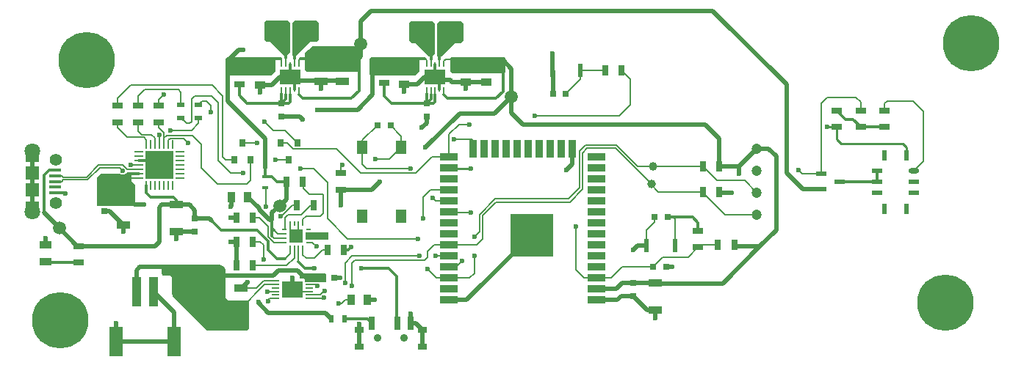
<source format=gtl>
G04*
G04 #@! TF.GenerationSoftware,Altium Limited,Altium Designer,18.1.9 (240)*
G04*
G04 Layer_Physical_Order=1*
G04 Layer_Color=255*
%FSLAX25Y25*%
%MOIN*%
G70*
G01*
G75*
%ADD12C,0.01181*%
%ADD14C,0.00787*%
%ADD17C,0.01000*%
%ADD26C,0.04724*%
%ADD63R,0.02756X0.05118*%
%ADD64R,0.06299X0.03543*%
%ADD65R,0.03543X0.05118*%
%ADD66O,0.03543X0.00787*%
%ADD67R,0.09646X0.07677*%
%ADD68C,0.05906*%
%ADD69R,0.05906X0.13386*%
%ADD70R,0.03937X0.13780*%
%ADD71C,0.03937*%
%ADD72R,0.05354X0.03386*%
%ADD73R,0.05118X0.02756*%
%ADD74R,0.06102X0.05906*%
%ADD75R,0.05315X0.01772*%
%ADD76R,0.04724X0.02362*%
%ADD77O,0.04724X0.02362*%
%ADD78R,0.02362X0.04724*%
%ADD79R,0.19685X0.19685*%
%ADD80R,0.07874X0.03543*%
%ADD81R,0.03543X0.07874*%
%ADD82R,0.03976X0.01063*%
%ADD83R,0.01063X0.03976*%
%ADD84R,0.12795X0.12795*%
%ADD85R,0.03150X0.03150*%
%ADD86R,0.02362X0.03543*%
%ADD87R,0.05118X0.06102*%
%ADD88R,0.06299X0.06299*%
%ADD89O,0.02362X0.00984*%
%ADD90R,0.02362X0.00984*%
%ADD91R,0.00984X0.02362*%
%ADD92R,0.03150X0.03543*%
%ADD93R,0.00945X0.02362*%
%ADD94R,0.09400X0.06500*%
%ADD95R,0.02165X0.05906*%
%ADD96R,0.03150X0.03150*%
%ADD97R,0.05118X0.03543*%
%ADD98R,0.03543X0.02362*%
%ADD99R,0.04646X0.02402*%
%ADD100R,0.02756X0.05906*%
%ADD101R,0.03937X0.03150*%
%ADD102R,0.03150X0.01181*%
%ADD103C,0.01968*%
%ADD104C,0.00600*%
%ADD105C,0.25591*%
%ADD106C,0.07087*%
%ADD107C,0.05543*%
%ADD108C,0.03543*%
%ADD109C,0.02362*%
G36*
X137008Y72047D02*
Y64567D01*
X135827Y63386D01*
X133016D01*
X126717Y57087D01*
X124803D01*
Y72244D01*
X125787Y73228D01*
X135827D01*
X137008Y72047D01*
D02*
G37*
G36*
X124016D02*
Y58661D01*
X122441Y57087D01*
X121260D01*
X118504Y59842D01*
X114960Y63386D01*
X113386Y63386D01*
X112205Y64567D01*
X112205Y72441D01*
X112992Y73228D01*
X122835D01*
X124016Y72047D01*
D02*
G37*
G36*
X202756Y71653D02*
Y64173D01*
X201575Y62992D01*
X198765D01*
X192465Y56693D01*
X190551D01*
Y71850D01*
X191535Y72835D01*
X201575D01*
X202756Y71653D01*
D02*
G37*
G36*
X189764D02*
Y58268D01*
X188189Y56693D01*
X187008D01*
X184252Y59449D01*
X180708Y62992D01*
X179134Y62992D01*
X177953Y64173D01*
X177953Y72047D01*
X178740Y72835D01*
X188583D01*
X189764Y71653D01*
D02*
G37*
G36*
X155965Y59783D02*
X155965Y50118D01*
X155571Y49725D01*
X131555D01*
X130709Y50571D01*
Y56358D01*
Y58499D01*
X134292Y61614D01*
X154134D01*
X155965Y59783D01*
D02*
G37*
G36*
X221713Y55996D02*
Y49697D01*
X221319Y49303D01*
X197303D01*
X196457Y50150D01*
Y55937D01*
Y55996D01*
X196909Y56390D01*
X221319D01*
X221713Y55996D01*
D02*
G37*
G36*
X182496Y55446D02*
Y49803D01*
X180724Y48031D01*
X160646D01*
X159858Y48819D01*
Y55512D01*
X160777Y56430D01*
X181512D01*
X182496Y55446D01*
D02*
G37*
G36*
X117126D02*
Y49803D01*
X115354Y48031D01*
X95276D01*
X94488Y48819D01*
Y55512D01*
X95407Y56430D01*
X116142D01*
X117126Y55446D01*
D02*
G37*
G36*
X51968Y0D02*
X53543Y-1575D01*
X53543Y-10236D01*
X52756Y-11024D01*
X36220Y-11024D01*
X36220Y1733D01*
X38090Y3602D01*
X46764Y3602D01*
X47160Y3338D01*
X47816Y3207D01*
X48472Y3338D01*
X48868Y3602D01*
X51968D01*
Y0D01*
D02*
G37*
G36*
X140984Y-23121D02*
X141150Y-23288D01*
X141240Y-23505D01*
Y-23622D01*
Y-25886D01*
Y-26003D01*
X141150Y-26220D01*
X140984Y-26386D01*
X140767Y-26476D01*
X131398D01*
X131217Y-26401D01*
X131079Y-26263D01*
X131004Y-26082D01*
Y-25984D01*
Y-23130D01*
Y-23110D01*
X131019Y-23074D01*
X131047Y-23046D01*
X131083Y-23031D01*
X140767D01*
X140984Y-23121D01*
D02*
G37*
G36*
X140098Y-41822D02*
X140264Y-41988D01*
X140354Y-42205D01*
Y-42323D01*
Y-45177D01*
Y-45295D01*
X140264Y-45512D01*
X140098Y-45678D01*
X139881Y-45768D01*
X130985D01*
X130768Y-45678D01*
X130602Y-45512D01*
X130512Y-45295D01*
Y-45177D01*
Y-44587D01*
X130502Y-44491D01*
X130429Y-44313D01*
X130293Y-44177D01*
X130116Y-44104D01*
X130020Y-44094D01*
X128638D01*
X128504Y-44039D01*
X128402Y-43937D01*
X128347Y-43803D01*
Y-43731D01*
Y-41732D01*
X139881D01*
X140098Y-41822D01*
D02*
G37*
G36*
X92077Y-37833D02*
X92722Y-38100D01*
X93302Y-38488D01*
X93796Y-38981D01*
X94183Y-39562D01*
X94450Y-40207D01*
X94587Y-40891D01*
Y-41240D01*
Y-52362D01*
X94619Y-52689D01*
X94869Y-53292D01*
X95330Y-53753D01*
X95933Y-54003D01*
X96260Y-54035D01*
X104192D01*
X104662Y-54230D01*
X105022Y-54590D01*
X105217Y-55060D01*
Y-55315D01*
Y-66634D01*
Y-66849D01*
X105052Y-67247D01*
X104747Y-67552D01*
X104349Y-67716D01*
X85827D01*
X70473Y-52165D01*
Y-43929D01*
X70453Y-43731D01*
X70301Y-43365D01*
X70021Y-43085D01*
X69655Y-42933D01*
X69457Y-42913D01*
X66694D01*
X66260Y-42734D01*
X65928Y-42401D01*
X65748Y-41967D01*
Y-41732D01*
Y-38189D01*
Y-38091D01*
X65823Y-37910D01*
X65961Y-37772D01*
X66142Y-37697D01*
X91392D01*
X92077Y-37833D01*
D02*
G37*
D12*
X115748Y-24803D02*
Y-21260D01*
X116535Y-22047D01*
X115748Y-21260D02*
Y-17323D01*
X150213Y-31284D02*
X151575Y-29921D01*
X148425Y-31284D02*
X150213D01*
X148622Y-62598D02*
X159055D01*
X129528Y-42913D02*
X135827D01*
X297638Y-16142D02*
X306496D01*
X295276D02*
X297638D01*
X306496D02*
X309055Y-18701D01*
Y-22441D02*
Y-18701D01*
X62598Y9449D02*
X64567Y7480D01*
X55276Y9449D02*
X62598D01*
X372047Y32283D02*
X375984Y28346D01*
X379331D01*
X382874Y24803D01*
X382874Y24803D01*
X393701D01*
X220472Y40900D02*
Y50118D01*
X191732Y55545D02*
Y59689D01*
X187795Y55394D02*
Y58268D01*
X50246Y3543D02*
X55276D01*
X114960Y55905D02*
X115026Y55971D01*
X119501D01*
X180708Y55545D02*
X181069Y55905D01*
X185039D01*
X21654Y-5118D02*
X22047Y-5512D01*
X17421Y-5118D02*
X21654D01*
X125696Y45866D02*
X125984Y45578D01*
X390354Y-79D02*
Y4921D01*
X373130Y0D02*
X373209Y-79D01*
X390354D01*
X159055Y-62598D02*
X160827Y-64370D01*
X112779Y2165D02*
Y6047D01*
Y2165D02*
X115761D01*
X117926Y-0D01*
X122228D01*
X156299Y-39370D02*
X168504D01*
X130709D02*
X135039D01*
X168504D02*
X172441Y-43307D01*
Y-63189D02*
Y-43307D01*
X12992Y-36516D02*
X13287Y-36811D01*
X27953D01*
X108794Y-22047D02*
X113961Y-27214D01*
X92520Y-22047D02*
X108794D01*
X113961Y-31284D02*
Y-27214D01*
X127756Y-36417D02*
X130709Y-39370D01*
X72244Y-10630D02*
Y-8465D01*
X70866Y-7087D02*
X72244Y-8465D01*
X60669Y-7087D02*
X70866D01*
X58661Y-5079D02*
X60669Y-7087D01*
X58661Y-5079D02*
Y-1811D01*
X14567Y5118D02*
X17421D01*
X12205Y2756D02*
X14567Y5118D01*
X12205Y-14173D02*
Y2756D01*
X88189Y-17717D02*
X92520Y-22047D01*
X113961Y-31284D02*
X117913Y-35236D01*
X121471D01*
X170079Y35433D02*
X185827D01*
X166535Y38976D02*
X170079Y35433D01*
X166535Y38976D02*
Y44685D01*
X185827Y39764D02*
X185827Y35433D01*
X189764Y39370D02*
X189764Y36220D01*
X188976Y35433D02*
X189764Y36220D01*
X185827Y35433D02*
X188976D01*
X185827D02*
X187795Y37402D01*
X187795Y39370D02*
X187795Y37402D01*
X217368Y37795D02*
X220472Y40900D01*
X195276Y37795D02*
X217368D01*
X193701Y39370D02*
X195276Y37795D01*
X189764Y47546D02*
Y53346D01*
X191732Y41746D02*
Y45578D01*
X125984Y55938D02*
Y58661D01*
X122047Y56299D02*
Y58071D01*
X124016Y47546D02*
Y53346D01*
X125984Y41746D02*
Y45578D01*
X155118Y41294D02*
Y50575D01*
X151620Y37795D02*
X155118Y41294D01*
X129528Y37795D02*
X151620D01*
X128740Y55938D02*
X132251D01*
X127953Y39370D02*
X129528Y37795D01*
X100787Y39083D02*
Y44291D01*
Y39083D02*
X104437Y35433D01*
X120079D01*
X122047Y39370D02*
X122047Y37402D01*
X120079Y35433D02*
X122047Y37402D01*
X120079Y35433D02*
X123228D01*
X124016Y36220D01*
X124016Y39370D02*
X124016Y36220D01*
X120079Y39764D02*
X120079Y35433D01*
X131693Y67618D02*
Y68405D01*
X116732Y67618D02*
Y68405D01*
D14*
X122898Y-15109D02*
X129100D01*
X121649Y-16358D02*
X122898Y-15109D01*
X124981Y-10846D02*
X127067D01*
X120025Y-15802D02*
X124981Y-10846D01*
X119574Y-15802D02*
X120025D01*
X121649Y-21461D02*
Y-16358D01*
X121260Y-21850D02*
X121649Y-21461D01*
X129100Y-15109D02*
X133363Y-10846D01*
X129724Y-17241D02*
X131217Y-15748D01*
X129724Y-19291D02*
Y-17241D01*
X133363Y-10846D02*
X134547D01*
X129709Y-0D02*
X129867Y-158D01*
Y-3165D02*
Y-158D01*
Y-3165D02*
X132607Y-5906D01*
X138598D01*
X138976Y-6284D01*
Y-14370D02*
Y-6284D01*
X137598Y-15748D02*
X138976Y-14370D01*
X131217Y-15748D02*
X137598D01*
X115748Y-24803D02*
X116732Y-25787D01*
X121260D01*
X116535Y-22047D02*
X118307Y-23819D01*
X121260D01*
X129724Y-33435D02*
Y-30315D01*
Y-33435D02*
X131132Y-34843D01*
X135039D01*
X138598Y-31284D01*
X140945D01*
X148819Y-46063D02*
Y-37008D01*
X132480Y-45276D02*
X136436D01*
X137992Y-43719D01*
Y-42913D01*
X135827D02*
X137992D01*
X112402Y-46850D02*
X117126D01*
X101575Y-57677D02*
X112402Y-46850D01*
X101575Y-60039D02*
Y-57677D01*
X111917Y-45276D02*
X117126D01*
X108571Y-48622D02*
X111917Y-45276D01*
X101575Y-48622D02*
X108571D01*
X191732Y-8937D02*
X196063D01*
X190039D02*
X191732D01*
X188583Y-7480D02*
X190039Y-8937D01*
X187563Y-3937D02*
X196063D01*
X184252Y-16929D02*
Y-7248D01*
X187563Y-3937D01*
X158661Y5906D02*
X178543D01*
X156102Y3740D02*
X180905D01*
X144949Y14894D02*
X156102Y3740D01*
X180905D02*
X188228Y11063D01*
X156693Y7874D02*
X158661Y5906D01*
X156693Y7874D02*
Y15650D01*
Y18701D02*
X163583Y25591D01*
X156693Y15650D02*
Y18701D01*
X174409Y15650D02*
Y20669D01*
X169488Y25591D02*
X174409Y20669D01*
X188228Y11063D02*
X196063D01*
X309055Y-29921D02*
X310039Y-28937D01*
X318110D01*
X269724Y-43937D02*
X274724Y-38937D01*
X288583D01*
X293071Y-34449D01*
X304528D01*
X309055Y-29921D01*
X285728Y-29134D02*
Y-22146D01*
X289370Y-18504D01*
Y-16142D01*
X124803Y-49213D02*
X125591Y-50000D01*
X132480D01*
X262992Y-43937D02*
X269724D01*
X194488Y55545D02*
X198064D01*
X198425Y55905D01*
X126772Y-24803D02*
X127756Y-23819D01*
X125787D02*
X126772Y-24803D01*
X123819Y-21850D02*
X125787Y-23819D01*
X123819Y-21850D02*
Y-19291D01*
X127756Y-23819D02*
Y-19291D01*
X49213Y1575D02*
X55276D01*
X48868Y2165D02*
X50246Y3543D01*
X196063Y-38937D02*
X199252D01*
X201968Y-36221D01*
X87795Y31496D02*
Y34630D01*
X85827Y36598D02*
X87795Y34630D01*
X84039Y36598D02*
X85827D01*
X82284Y34843D02*
X84039Y36598D01*
X191247Y46063D02*
X191732Y45578D01*
X365059Y3602D02*
Y35531D01*
X367717Y38189D01*
X380709D01*
X382874Y36024D01*
Y32283D02*
Y36024D01*
X196063Y-13937D02*
X196299Y-14173D01*
X205906D01*
X354724Y5118D02*
X356240Y3602D01*
X365059D01*
X407087Y4921D02*
X411417Y9252D01*
Y31890D01*
X406693Y36614D02*
X411417Y31890D01*
X394882Y36614D02*
X406693D01*
X393701Y35433D02*
X394882Y36614D01*
X393701Y32283D02*
Y35433D01*
X196063Y11063D02*
Y21457D01*
X200591Y25984D01*
X205118D01*
X235039Y29921D02*
X273425D01*
X278346Y34843D01*
Y46547D01*
X274410Y50484D02*
X278346Y46547D01*
X207028Y15000D02*
Y18563D01*
X206299Y19291D02*
X207028Y18563D01*
X198425Y19291D02*
X206299D01*
X75622Y19654D02*
X77716Y17559D01*
X67791Y20941D02*
X79453D01*
X83465Y16929D01*
X69457Y19654D02*
X75622D01*
X68504Y18701D02*
X69457Y19654D01*
X66548Y19698D02*
X67791Y20941D01*
X68504Y16772D02*
Y18701D01*
X66535Y16772D02*
Y19685D01*
X66548Y19698D01*
X168996Y10236D02*
X174409Y15650D01*
X162598Y10236D02*
X168996D01*
X146850Y6658D02*
X147673Y7480D01*
X146850Y3740D02*
Y6658D01*
X125220Y14894D02*
X144949D01*
X122555Y17559D02*
X125220Y14894D01*
X119685Y17559D02*
X122555D01*
X117323Y9685D02*
X123425D01*
X83465Y6299D02*
Y16929D01*
Y6299D02*
X90945Y-1181D01*
X104331D01*
X106102Y591D01*
Y9685D01*
X257323Y-43937D02*
X262992D01*
X253543Y-40157D02*
X257323Y-43937D01*
X253543Y-40157D02*
Y-20472D01*
X250847Y-9449D02*
X256693Y-3602D01*
X250194Y-7874D02*
X255405Y-2663D01*
X217077Y-7874D02*
X250194D01*
X209842Y-15109D02*
X217077Y-7874D01*
X102362Y17559D02*
X108898D01*
X121496Y23228D02*
X127165Y17559D01*
X116181Y23228D02*
X121496D01*
X112244Y27165D02*
X116181Y23228D01*
X112205Y27165D02*
X112244D01*
X64213Y37047D02*
X66535Y39370D01*
X64213Y34449D02*
Y37047D01*
X148819Y-53937D02*
X151575D01*
X147244Y-55512D02*
X148819Y-53937D01*
X146063Y-55512D02*
X147244D01*
X138976Y-53150D02*
X139370Y-52756D01*
X139442Y-49750D02*
X139764D01*
X137617Y-51575D02*
X139442Y-49750D01*
X132480Y-53150D02*
X138976D01*
X132480Y-51575D02*
X137617D01*
X135433Y-46850D02*
X136220Y-47638D01*
X151969Y-37008D02*
X153150Y-35827D01*
X151969Y-47638D02*
Y-37008D01*
X148819D02*
X152075Y-33752D01*
X132480Y-46850D02*
X135433D01*
X113961Y-54331D02*
Y-53756D01*
X114567Y-53150D01*
X117126D01*
X297638Y-16142D02*
X298524Y-17028D01*
Y-29134D02*
Y-17028D01*
X249035Y39894D02*
X255630Y46488D01*
Y50484D01*
X266929D01*
X128740Y5906D02*
X134646D01*
X96850Y3937D02*
X102756D01*
X112779Y-2953D02*
X112992Y-3165D01*
Y-11417D02*
Y-3165D01*
X134055Y-27756D02*
X135827Y-29528D01*
X132283Y-27756D02*
X134055D01*
X195984Y-33858D02*
X196063Y-33937D01*
X189961Y-33858D02*
X195984D01*
X186221Y-34449D02*
Y-31890D01*
X184843Y-35827D02*
X186221Y-34449D01*
X153150Y-35827D02*
X184843D01*
X186221Y-31890D02*
X189173Y-28937D01*
X196063D01*
X150000Y-25984D02*
X182087D01*
X140945Y-16929D02*
X150000Y-25984D01*
X140945Y-16929D02*
Y-394D01*
X134646Y5906D02*
X140945Y-394D01*
X91339Y9449D02*
X96850Y3937D01*
X91339Y9449D02*
Y35827D01*
X88386Y38780D02*
X91339Y35827D01*
X80512Y38780D02*
X88386D01*
X79134Y37402D02*
X80512Y38780D01*
X79134Y27165D02*
Y37402D01*
X78347Y26378D02*
X79134Y27165D01*
X76968Y26378D02*
X78347D01*
X76968Y26378D02*
X76968Y26378D01*
X74410Y28937D02*
X76968Y26378D01*
X74410Y34843D02*
Y40551D01*
X73228Y41732D02*
X74410Y40551D01*
X57874Y41732D02*
X73228D01*
X54921Y38780D02*
X57874Y41732D01*
X54921Y34449D02*
Y38780D01*
X94646Y9685D02*
X98622D01*
X93307Y11024D02*
X94646Y9685D01*
X93307Y11024D02*
Y38976D01*
X88583Y43701D02*
X93307Y38976D01*
X51621Y43701D02*
X88583D01*
X45630Y37709D02*
X51621Y43701D01*
X45630Y34449D02*
Y37709D01*
X152075Y-33752D02*
X182480D01*
X311221Y6890D02*
X317717Y394D01*
X330157D01*
X288583Y6890D02*
X311221D01*
X258077Y16603D02*
X271980D01*
X255405Y13932D02*
X258077Y16603D01*
X281693Y6890D02*
X288583D01*
X271980Y16603D02*
X281693Y6890D01*
X255405Y-2663D02*
Y13932D01*
X330157Y394D02*
X335630Y-5079D01*
X209842Y-22835D02*
Y-15109D01*
X207480Y-41732D02*
Y-33858D01*
Y-25197D02*
X209842Y-22835D01*
X205276Y-43937D02*
X207480Y-41732D01*
X186221Y-39764D02*
X190394Y-43937D01*
X196063D02*
X205276D01*
X190394D02*
X196063D01*
X271586Y15028D02*
X287795Y-1181D01*
X291080Y-4724D02*
X310827D01*
X287795Y-1440D02*
Y-1181D01*
X258729Y15028D02*
X271586D01*
X256693Y12992D02*
X258729Y15028D01*
X256693Y-3602D02*
Y12992D01*
X311221Y-5118D02*
X321181Y-15079D01*
X335630D01*
X287795Y-1440D02*
X291080Y-4724D01*
X310827D02*
X311221Y-5118D01*
X217323Y-9449D02*
X250847D01*
X211417Y-15354D02*
X217323Y-9449D01*
X211417Y-26181D02*
Y-15354D01*
X208661Y-28937D02*
X211417Y-26181D01*
X196063Y-28937D02*
X208661D01*
X116602Y-27756D02*
X121260D01*
X113870Y-25024D02*
X116602Y-27756D01*
X113870Y-25024D02*
Y-20457D01*
X109949Y-16535D02*
X113870Y-20457D01*
X107087Y-16535D02*
X109949D01*
X127756Y-36417D02*
Y-30315D01*
X121471Y-35236D02*
X123819Y-32889D01*
Y-30315D01*
X185039Y55905D02*
X185827Y55118D01*
Y53346D02*
Y55118D01*
X191732Y53346D02*
Y55545D01*
X187795Y53346D02*
Y55394D01*
X185827Y39764D02*
X185827Y41746D01*
X187795Y39370D02*
X187795Y41746D01*
X189764Y39370D02*
X189764Y41746D01*
X193701Y39370D02*
Y41746D01*
Y54757D02*
X194488Y55545D01*
X193701Y53346D02*
Y54757D01*
X125984Y53346D02*
Y55938D01*
X120079Y53346D02*
Y55394D01*
X119501Y55971D02*
X120079Y55394D01*
X122047Y53346D02*
Y56299D01*
X127953Y55151D02*
X128740Y55938D01*
X127953Y53346D02*
Y55151D01*
Y39370D02*
Y41746D01*
X124016Y39370D02*
X124016Y41746D01*
X122047Y39370D02*
X122047Y41746D01*
X120079Y39764D02*
X120079Y41746D01*
X107087Y-27362D02*
X110236D01*
X111811Y-28937D01*
Y-35433D02*
Y-28937D01*
X113779Y-50000D02*
X117126D01*
X117126Y-45276D02*
X117126Y-45276D01*
D17*
X196063Y6063D02*
X196221Y5906D01*
X205906D01*
X367717Y24803D02*
X372047D01*
Y19291D02*
Y24803D01*
Y19291D02*
X374016Y17323D01*
X401968D01*
X403721Y15571D01*
Y11969D02*
Y15571D01*
D26*
X335630Y14921D02*
D03*
Y4921D02*
D03*
Y-5079D02*
D03*
Y-15079D02*
D03*
D63*
X134547Y-10846D02*
D03*
X127067D02*
D03*
X140945Y-31284D02*
D03*
X148425D02*
D03*
X311221Y-4921D02*
D03*
X318701D02*
D03*
X318701Y6890D02*
D03*
X311221D02*
D03*
X107087Y-16535D02*
D03*
X99606D02*
D03*
X122228Y-0D02*
D03*
X129709D02*
D03*
X325590Y-28937D02*
D03*
X318110D02*
D03*
X274410Y50484D02*
D03*
X266929D02*
D03*
X107087Y-38189D02*
D03*
X99606D02*
D03*
Y-27362D02*
D03*
X107087D02*
D03*
D64*
X147673Y57874D02*
D03*
Y45669D02*
D03*
X137795Y57874D02*
D03*
Y45669D02*
D03*
X101575Y-48622D02*
D03*
Y-60039D02*
D03*
X289567Y-58465D02*
D03*
Y-46260D02*
D03*
X72244Y-22835D02*
D03*
Y-10630D02*
D03*
X48228Y-19685D02*
D03*
Y-7480D02*
D03*
D65*
X97146Y-7087D02*
D03*
X104626D02*
D03*
X151575Y-53937D02*
D03*
X159055D02*
D03*
X196850Y68405D02*
D03*
X181890D02*
D03*
X116732D02*
D03*
X131693D02*
D03*
D66*
X132480Y-53150D02*
D03*
Y-51575D02*
D03*
Y-50000D02*
D03*
Y-48425D02*
D03*
Y-46850D02*
D03*
Y-45276D02*
D03*
X117126D02*
D03*
Y-46850D02*
D03*
Y-48425D02*
D03*
Y-50000D02*
D03*
Y-51575D02*
D03*
Y-53150D02*
D03*
D67*
X124803Y-49213D02*
D03*
D68*
X119291Y-11024D02*
D03*
X19291Y-21260D02*
D03*
X224213Y38386D02*
D03*
X155965Y62598D02*
D03*
D69*
X44882Y-72835D02*
D03*
X71260D02*
D03*
D70*
X54134Y-50197D02*
D03*
X62008D02*
D03*
D71*
X287795Y-1181D02*
D03*
X288583Y6890D02*
D03*
X43807Y-106D02*
D03*
D72*
X12992Y-28839D02*
D03*
Y-36516D02*
D03*
D73*
X27953Y-29331D02*
D03*
Y-36811D02*
D03*
X393701Y32283D02*
D03*
Y24803D02*
D03*
X309055Y-29921D02*
D03*
Y-22441D02*
D03*
X146850Y-3740D02*
D03*
Y3740D02*
D03*
X166535Y44685D02*
D03*
Y52165D02*
D03*
X54921Y26969D02*
D03*
Y34449D02*
D03*
X45630Y26969D02*
D03*
Y34449D02*
D03*
X64213Y26969D02*
D03*
Y34449D02*
D03*
X382874Y32283D02*
D03*
Y24803D02*
D03*
X372047Y32283D02*
D03*
Y24803D02*
D03*
X100787Y44291D02*
D03*
Y51772D02*
D03*
D74*
X6890Y-12008D02*
D03*
Y12008D02*
D03*
Y-3937D02*
D03*
Y3937D02*
D03*
D75*
X17421Y-5118D02*
D03*
Y-2559D02*
D03*
Y0D02*
D03*
Y2559D02*
D03*
Y5118D02*
D03*
D76*
X407087Y-5079D02*
D03*
Y-79D02*
D03*
X390354Y4921D02*
D03*
Y-79D02*
D03*
Y-5079D02*
D03*
D77*
X407087Y4921D02*
D03*
D78*
X403721Y11969D02*
D03*
X393721D02*
D03*
Y-12598D02*
D03*
X403721D02*
D03*
D79*
X233465Y-24409D02*
D03*
D80*
X262992Y-53937D02*
D03*
Y-48937D02*
D03*
Y-43937D02*
D03*
Y-38937D02*
D03*
Y-33937D02*
D03*
Y-28937D02*
D03*
Y-23937D02*
D03*
Y-18937D02*
D03*
Y-13937D02*
D03*
Y-8937D02*
D03*
Y-3937D02*
D03*
Y1063D02*
D03*
Y6063D02*
D03*
Y11063D02*
D03*
X196063D02*
D03*
Y6063D02*
D03*
Y1063D02*
D03*
Y-3937D02*
D03*
Y-8937D02*
D03*
Y-13937D02*
D03*
Y-18937D02*
D03*
Y-23937D02*
D03*
Y-28937D02*
D03*
Y-33937D02*
D03*
Y-38937D02*
D03*
Y-43937D02*
D03*
Y-48937D02*
D03*
Y-53937D02*
D03*
D81*
X252028Y15000D02*
D03*
X247028D02*
D03*
X242028D02*
D03*
X237028D02*
D03*
X232028D02*
D03*
X227028D02*
D03*
X222028D02*
D03*
X217028D02*
D03*
X212028D02*
D03*
X207028D02*
D03*
D82*
X55276Y13386D02*
D03*
Y11417D02*
D03*
Y9449D02*
D03*
Y7480D02*
D03*
Y5512D02*
D03*
Y3543D02*
D03*
Y1575D02*
D03*
X73858D02*
D03*
Y3543D02*
D03*
Y5512D02*
D03*
Y7480D02*
D03*
Y9449D02*
D03*
Y11417D02*
D03*
Y13386D02*
D03*
D83*
X58661Y-1811D02*
D03*
X60630D02*
D03*
X62598D02*
D03*
X64567D02*
D03*
X66535D02*
D03*
X68504D02*
D03*
X70473D02*
D03*
Y16772D02*
D03*
X68504D02*
D03*
X66535D02*
D03*
X64567D02*
D03*
X62598D02*
D03*
X60630D02*
D03*
X58661D02*
D03*
D84*
X64567Y7480D02*
D03*
D85*
X289370Y-16142D02*
D03*
X295276D02*
D03*
X169488Y25591D02*
D03*
X163583D02*
D03*
X288583Y-38937D02*
D03*
X294488D02*
D03*
X249035Y39894D02*
D03*
X243130D02*
D03*
X143898Y-43719D02*
D03*
X137992D02*
D03*
D86*
X148622Y-62598D02*
D03*
X142717D02*
D03*
D87*
X156693Y-15650D02*
D03*
Y15650D02*
D03*
X174409Y-15650D02*
D03*
Y15650D02*
D03*
D88*
X126772Y-24803D02*
D03*
D89*
X132283Y-27756D02*
D03*
D90*
Y-25787D02*
D03*
Y-23819D02*
D03*
Y-21850D02*
D03*
X121260D02*
D03*
Y-23819D02*
D03*
Y-25787D02*
D03*
Y-27756D02*
D03*
D91*
X129724Y-19291D02*
D03*
X127756D02*
D03*
X125787D02*
D03*
X123819D02*
D03*
Y-30315D02*
D03*
X125787D02*
D03*
X127756D02*
D03*
X129724D02*
D03*
D92*
X119685Y17559D02*
D03*
X127165D02*
D03*
X123425Y9685D02*
D03*
X106102D02*
D03*
X98622D02*
D03*
X102362Y17559D02*
D03*
D93*
X127953Y53346D02*
D03*
X125984D02*
D03*
X124016D02*
D03*
X122047D02*
D03*
X120079D02*
D03*
Y41746D02*
D03*
X122047D02*
D03*
X124016D02*
D03*
X125984D02*
D03*
X127953D02*
D03*
X193701D02*
D03*
X191732D02*
D03*
X189764D02*
D03*
X187795D02*
D03*
X185827D02*
D03*
Y53346D02*
D03*
X187795D02*
D03*
X189764D02*
D03*
X191732D02*
D03*
X193701D02*
D03*
D94*
X124016Y47546D02*
D03*
X189764D02*
D03*
D95*
X285728Y-29134D02*
D03*
X298524D02*
D03*
X242835Y50484D02*
D03*
X255630D02*
D03*
D96*
X185827Y35433D02*
D03*
Y29528D02*
D03*
X279724Y-46260D02*
D03*
Y-52165D02*
D03*
X120079Y35433D02*
D03*
Y29528D02*
D03*
X80709Y-16929D02*
D03*
Y-22835D02*
D03*
X39764Y-7480D02*
D03*
Y-13386D02*
D03*
D97*
X212992Y45177D02*
D03*
Y52658D02*
D03*
X203543Y45177D02*
D03*
Y52658D02*
D03*
X175591Y51772D02*
D03*
Y44291D02*
D03*
X110236Y51378D02*
D03*
Y43898D02*
D03*
D98*
X74410Y28937D02*
D03*
Y34843D02*
D03*
X82284Y34843D02*
D03*
Y28937D02*
D03*
D99*
X365059Y3602D02*
D03*
Y-3602D02*
D03*
X373130Y0D02*
D03*
D100*
X172638Y-64370D02*
D03*
X160827D02*
D03*
X178543D02*
D03*
D101*
X155315Y-75059D02*
D03*
X184055D02*
D03*
X155315Y-67461D02*
D03*
X184055D02*
D03*
D102*
X112779Y-2953D02*
D03*
Y2165D02*
D03*
D103*
X115748Y-17323D02*
Y-14173D01*
X118898Y-11024D01*
X318701Y-5118D02*
X324409D01*
X216535Y30709D02*
X224410Y38583D01*
Y31102D02*
Y38583D01*
X159055Y-53937D02*
X162402D01*
X178543Y-64370D02*
Y-60039D01*
X294488Y-38937D02*
X297244D01*
X289567Y-62008D02*
Y-58465D01*
X96949Y-11319D02*
X97146Y-11122D01*
Y-7087D01*
X114469Y-17323D02*
X115748D01*
X109843Y-12697D02*
X114469Y-17323D01*
X109843Y-12697D02*
Y-12303D01*
X104626Y-7087D02*
X109843Y-12303D01*
X155315Y-75059D02*
Y-67461D01*
Y-64961D01*
X146635Y-43719D02*
X146653Y-43701D01*
X143898Y-43719D02*
X146635D01*
X109547Y-55315D02*
Y-54823D01*
Y-55315D02*
X113976Y-59744D01*
X139862D01*
X142717Y-62598D01*
X101575Y-48622D02*
X104528Y-45669D01*
X71260Y-42913D02*
X116142D01*
X127165Y-40551D02*
X129528Y-42913D01*
X118504Y-40551D02*
X127165D01*
X116142Y-42913D02*
X118504Y-40551D01*
X54134Y-50197D02*
Y-40551D01*
X55748Y-38937D01*
X67283D01*
X71260Y-42913D01*
Y-51150D02*
Y-42913D01*
Y-51150D02*
X86449Y-66339D01*
X99547D01*
X101575Y-64311D01*
Y-60039D01*
X6890Y-12008D02*
Y-3937D01*
Y3937D02*
Y12008D01*
Y-3937D02*
Y3937D01*
X110236Y40551D02*
Y43898D01*
X137795Y42140D02*
Y45866D01*
X203543Y42140D02*
Y45177D01*
X175591Y40900D02*
Y44291D01*
X12992Y-28839D02*
Y-25787D01*
X48228Y-22835D02*
Y-19685D01*
X72244Y-25984D02*
Y-22835D01*
X96850Y-16535D02*
X99606D01*
X96850Y-27362D02*
X99606D01*
X124803Y-49213D02*
Y-43937D01*
X44882Y-72835D02*
Y-64370D01*
Y-72835D02*
X71260D01*
X62008Y-50197D02*
X71260Y-59449D01*
Y-72835D02*
Y-59449D01*
X337047Y-29528D02*
X344488Y-22087D01*
X320118Y-46457D02*
X337047Y-29528D01*
X325590Y-28937D02*
X326181Y-29528D01*
X337047D01*
X289567Y-46260D02*
X289764Y-46457D01*
X320118D01*
X344488Y-22087D02*
Y11417D01*
X340984Y14921D02*
X344488Y11417D01*
X335630Y14921D02*
X340984D01*
X220472Y55151D02*
X224410Y51214D01*
X95669Y54757D02*
X100755Y59842D01*
X95669Y36598D02*
Y54757D01*
X161417Y39370D02*
Y50484D01*
X100755Y59842D02*
X102756D01*
X136221Y32677D02*
X154724D01*
X161417Y39370D01*
X178543Y-64370D02*
X180965D01*
X184055Y-67461D01*
Y-75059D02*
Y-67461D01*
X99606Y-38189D02*
Y-27362D01*
X72244Y-22835D02*
X80709D01*
X41929Y-13386D02*
X48228Y-19685D01*
X39764Y-13386D02*
X41929D01*
X128347Y29528D02*
X129528Y28346D01*
X120079Y29528D02*
X128347D01*
X119291Y47546D02*
X124016D01*
X115642Y43898D02*
X119291Y47546D01*
X110236Y43898D02*
X115642D01*
X124016Y47546D02*
X125696Y45866D01*
X137795D01*
X147173D01*
X183661Y24409D02*
X185827Y26575D01*
Y29528D01*
X189764Y47546D02*
X191247Y46063D01*
X196457D01*
X197343Y45177D01*
X203543D01*
X212992D01*
X184948Y47546D02*
X189764D01*
X181693Y44291D02*
X184948Y47546D01*
X175591Y44291D02*
X181693D01*
X203937Y-53937D02*
X233465Y-24409D01*
X196063Y-53937D02*
X203937D01*
X249213Y5118D02*
X252028Y7933D01*
Y15000D01*
X242835Y50484D02*
Y58268D01*
Y50484D02*
X243130Y50189D01*
Y39894D02*
Y50189D01*
X274213Y-52165D02*
X279724D01*
X272441Y-53937D02*
X274213Y-52165D01*
X262992Y-53937D02*
X272441D01*
X279724Y-31102D02*
X281693Y-29134D01*
X285728D01*
X286024Y-58465D02*
X289567D01*
X279724Y-52165D02*
X286024Y-58465D01*
X155965Y62598D02*
Y72835D01*
X160689Y77559D01*
X315748D01*
X349213Y44094D01*
Y3937D02*
Y44094D01*
Y3937D02*
X356752Y-3602D01*
X365059D01*
X224410Y38583D02*
Y51214D01*
X200787Y30709D02*
X216535D01*
X185433Y15354D02*
X200787Y30709D01*
X160827Y-3740D02*
X164461Y-106D01*
X146850Y-3740D02*
X160827D01*
X53150Y-10630D02*
X57480D01*
X50000Y-7480D02*
X53150Y-10630D01*
X48228Y-7480D02*
X50000D01*
X146850Y-10846D02*
Y-3740D01*
X118898Y-11024D02*
X119291D01*
X122228Y-8087D01*
X12205Y-14173D02*
Y-14173D01*
Y-14173D02*
X19291Y-21260D01*
X27559Y-29528D02*
X62598D01*
X19291Y-21260D02*
X27362Y-29331D01*
X27953D01*
X112779Y6047D02*
Y19488D01*
X95669Y36598D02*
X112779Y19488D01*
X122228Y-8087D02*
Y-0D01*
X224410Y31102D02*
X229528Y25984D01*
X312205D01*
X318701Y19488D01*
Y6890D02*
Y19488D01*
X327598Y3583D02*
Y6890D01*
X327559Y3543D02*
X327598Y3583D01*
X279724Y-46260D02*
X279724Y-46260D01*
X289567D01*
X274606Y-46260D02*
X279724D01*
X271929Y-48937D02*
X274606Y-46260D01*
X262992Y-48937D02*
X271929D01*
X153937Y54757D02*
X155965Y56785D01*
Y62598D01*
X62598Y-29528D02*
X64567Y-27559D01*
Y-11811D01*
X65748Y-10630D01*
X72244D01*
X78347D01*
X80709Y-12992D01*
Y-16929D02*
Y-12992D01*
Y-16929D02*
X87402D01*
X88189Y-17717D01*
X327598Y6890D02*
X335630Y14921D01*
X318701Y6890D02*
X327598D01*
D104*
X45630Y24449D02*
Y26772D01*
X66548Y19698D02*
Y22080D01*
X107087Y-38189D02*
X122441D01*
X125787Y-34843D01*
Y-30315D01*
X82284Y26378D02*
Y28937D01*
X79134Y23228D02*
X82284Y26378D01*
X69685Y23228D02*
X79134D01*
X64567Y16772D02*
Y21260D01*
X64213Y24416D02*
X66548Y22080D01*
X64213Y24416D02*
Y26969D01*
X61024Y21260D02*
X62598Y19685D01*
Y16772D02*
Y19685D01*
X54921Y22835D02*
Y26969D01*
Y22835D02*
X56496Y21260D01*
X61024D01*
X58661Y16772D02*
Y18898D01*
X57480Y20079D02*
X58661Y18898D01*
X50000Y20079D02*
X57480D01*
X45630Y24449D02*
X50000Y20079D01*
X55275Y7480D02*
X55276Y7480D01*
X51575Y7480D02*
X55275D01*
X48058Y7480D02*
X50040Y5499D01*
X37047Y7480D02*
X48058D01*
X50040Y5499D02*
X55263D01*
X55276Y5512D01*
X46457Y6280D02*
X47816Y4921D01*
X31496Y1929D02*
X37047Y7480D01*
X37544Y6280D02*
X46457D01*
X31993Y729D02*
X37544Y6280D01*
X21108Y729D02*
X31993D01*
X21008Y1929D02*
X31496D01*
X20379Y2559D02*
X21008Y1929D01*
X17421Y2559D02*
X20379D01*
Y0D02*
X21108Y729D01*
X17421Y0D02*
X20379D01*
D105*
X421260Y-55118D02*
D03*
X433071Y62992D02*
D03*
X31496Y55118D02*
D03*
X19685Y-62992D02*
D03*
D106*
X6890Y-13780D02*
D03*
Y13780D02*
D03*
D107*
X17520Y-9843D02*
D03*
Y9843D02*
D03*
D108*
X163779Y-71260D02*
D03*
X175591D02*
D03*
D109*
X119574Y-15802D02*
D03*
X151575Y-29921D02*
D03*
X162402Y-53937D02*
D03*
X178543Y-60039D02*
D03*
X297244Y-38937D02*
D03*
X289567Y-62008D02*
D03*
X96949Y-11319D02*
D03*
X155315Y-64961D02*
D03*
X146653Y-43701D02*
D03*
X109547Y-54823D02*
D03*
X137992Y-24311D02*
D03*
X104528Y-45669D02*
D03*
X110236Y40551D02*
D03*
X137795Y42140D02*
D03*
X203543D02*
D03*
X175591Y40900D02*
D03*
X12992Y-25787D02*
D03*
X48228Y-22835D02*
D03*
X72244Y-25984D02*
D03*
X96850Y-16535D02*
D03*
Y-27362D02*
D03*
X124803Y-43937D02*
D03*
X44882Y-64370D02*
D03*
X188583Y-7480D02*
D03*
X178543Y5906D02*
D03*
X372047Y32283D02*
D03*
X102756Y59842D02*
D03*
X136221Y32677D02*
D03*
X22047Y-5512D02*
D03*
X201968Y-36221D02*
D03*
X87795Y31496D02*
D03*
X129528Y28346D02*
D03*
X183661Y24409D02*
D03*
X238583Y-29921D02*
D03*
Y-18937D02*
D03*
X227953Y-29921D02*
D03*
Y-18898D02*
D03*
X249213Y5118D02*
D03*
X242835Y58268D02*
D03*
X279724Y-31102D02*
D03*
X205906Y5906D02*
D03*
X367717Y24803D02*
D03*
X205906Y-14173D02*
D03*
X354724Y5118D02*
D03*
X205118Y25984D02*
D03*
X235039Y29921D02*
D03*
X185433Y15354D02*
D03*
X164461Y-106D02*
D03*
X198425Y19291D02*
D03*
X77716Y17559D02*
D03*
X57480Y-10630D02*
D03*
X146850Y-10846D02*
D03*
X162598Y10236D02*
D03*
X147673Y7480D02*
D03*
X45669Y26772D02*
D03*
X117323Y9685D02*
D03*
X253543Y-20472D02*
D03*
X108898Y17559D02*
D03*
X112205Y27165D02*
D03*
X66535Y39370D02*
D03*
X146063Y-55512D02*
D03*
X139370Y-52756D02*
D03*
X139764Y-49750D02*
D03*
X136220Y-47638D02*
D03*
X148819Y-46063D02*
D03*
X151969Y-47638D02*
D03*
X184252Y-16929D02*
D03*
X113961Y-54331D02*
D03*
X128740Y5906D02*
D03*
X102756Y3937D02*
D03*
X112992Y-11417D02*
D03*
X135827Y-29528D02*
D03*
X189961Y-33858D02*
D03*
X182087Y-25984D02*
D03*
X156299Y-39370D02*
D03*
X135039D02*
D03*
X207480Y-25197D02*
D03*
Y-33858D02*
D03*
X182480Y-33752D02*
D03*
X186221Y-39764D02*
D03*
X327559Y3543D02*
D03*
X324409Y-5118D02*
D03*
X111811Y-35433D02*
D03*
X113779Y-50000D02*
D03*
X69685Y23228D02*
D03*
X64567Y21260D02*
D03*
X51575Y7480D02*
D03*
X47816Y4921D02*
D03*
X68071Y4528D02*
D03*
X61181D02*
D03*
X68071Y11417D02*
D03*
X61181D02*
D03*
X125787Y-23819D02*
D03*
X127756Y-25787D02*
D03*
M02*

</source>
